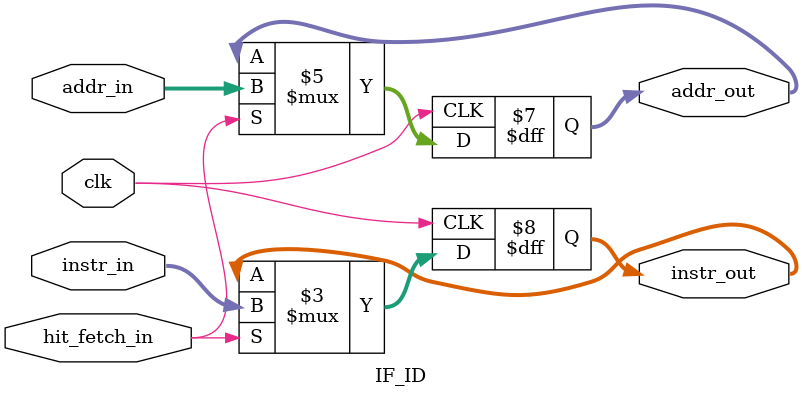
<source format=v>
`timescale 1ns / 1ps
module IF_ID(clk, addr_in, instr_in, hit_fetch_in, addr_out, instr_out);
	
	input clk;
	input [15:0] addr_in, instr_in;
	input hit_fetch_in;
	
	output reg [15:0] addr_out, instr_out;
	
	initial instr_out = 16'h0000;
	// Read
	always @ (negedge clk) 
	begin
		if (hit_fetch_in) begin
			addr_out 	  <= addr_in;
			instr_out 	  <= instr_in;
		end
	end
	
endmodule

</source>
